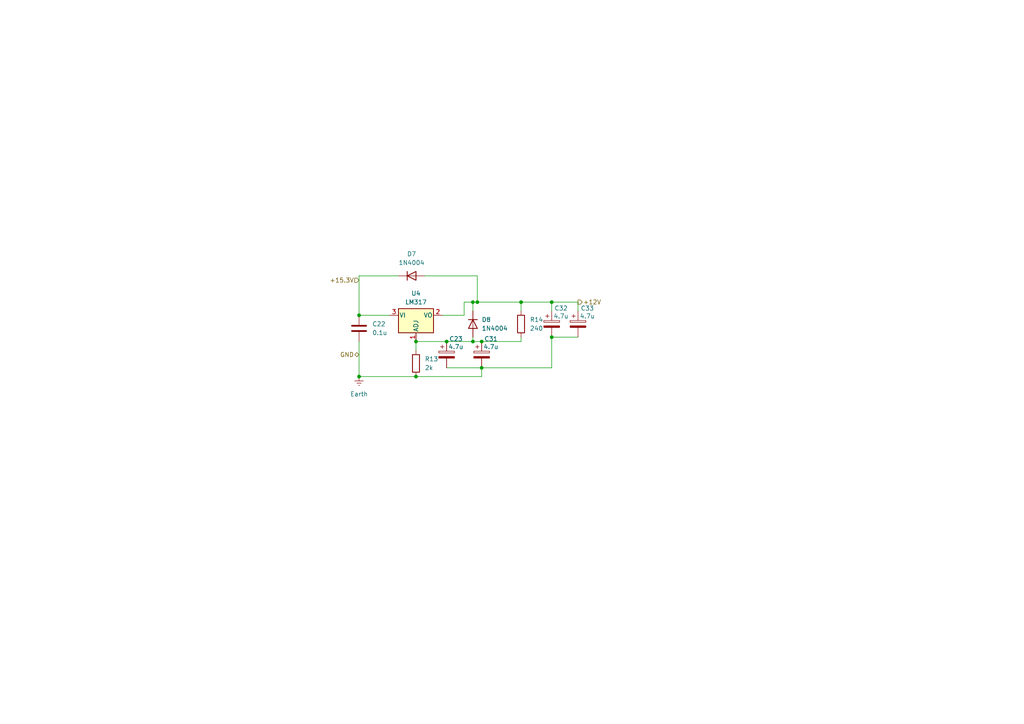
<source format=kicad_sch>
(kicad_sch
	(version 20250114)
	(generator "eeschema")
	(generator_version "9.0")
	(uuid "aed6475a-43af-4c84-adbd-b6671295b6af")
	(paper "A4")
	(lib_symbols
		(symbol "Device:C"
			(pin_numbers
				(hide yes)
			)
			(pin_names
				(offset 0.254)
			)
			(exclude_from_sim no)
			(in_bom yes)
			(on_board yes)
			(property "Reference" "C"
				(at 0.635 2.54 0)
				(effects
					(font
						(size 1.27 1.27)
					)
					(justify left)
				)
			)
			(property "Value" "C"
				(at 0.635 -2.54 0)
				(effects
					(font
						(size 1.27 1.27)
					)
					(justify left)
				)
			)
			(property "Footprint" ""
				(at 0.9652 -3.81 0)
				(effects
					(font
						(size 1.27 1.27)
					)
					(hide yes)
				)
			)
			(property "Datasheet" "~"
				(at 0 0 0)
				(effects
					(font
						(size 1.27 1.27)
					)
					(hide yes)
				)
			)
			(property "Description" "Unpolarized capacitor"
				(at 0 0 0)
				(effects
					(font
						(size 1.27 1.27)
					)
					(hide yes)
				)
			)
			(property "ki_keywords" "cap capacitor"
				(at 0 0 0)
				(effects
					(font
						(size 1.27 1.27)
					)
					(hide yes)
				)
			)
			(property "ki_fp_filters" "C_*"
				(at 0 0 0)
				(effects
					(font
						(size 1.27 1.27)
					)
					(hide yes)
				)
			)
			(symbol "C_0_1"
				(polyline
					(pts
						(xy -2.032 0.762) (xy 2.032 0.762)
					)
					(stroke
						(width 0.508)
						(type default)
					)
					(fill
						(type none)
					)
				)
				(polyline
					(pts
						(xy -2.032 -0.762) (xy 2.032 -0.762)
					)
					(stroke
						(width 0.508)
						(type default)
					)
					(fill
						(type none)
					)
				)
			)
			(symbol "C_1_1"
				(pin passive line
					(at 0 3.81 270)
					(length 2.794)
					(name "~"
						(effects
							(font
								(size 1.27 1.27)
							)
						)
					)
					(number "1"
						(effects
							(font
								(size 1.27 1.27)
							)
						)
					)
				)
				(pin passive line
					(at 0 -3.81 90)
					(length 2.794)
					(name "~"
						(effects
							(font
								(size 1.27 1.27)
							)
						)
					)
					(number "2"
						(effects
							(font
								(size 1.27 1.27)
							)
						)
					)
				)
			)
			(embedded_fonts no)
		)
		(symbol "Device:C_Polarized"
			(pin_numbers
				(hide yes)
			)
			(pin_names
				(offset 0.254)
			)
			(exclude_from_sim no)
			(in_bom yes)
			(on_board yes)
			(property "Reference" "C"
				(at 0.635 2.54 0)
				(effects
					(font
						(size 1.27 1.27)
					)
					(justify left)
				)
			)
			(property "Value" "C_Polarized"
				(at 0.635 -2.54 0)
				(effects
					(font
						(size 1.27 1.27)
					)
					(justify left)
				)
			)
			(property "Footprint" ""
				(at 0.9652 -3.81 0)
				(effects
					(font
						(size 1.27 1.27)
					)
					(hide yes)
				)
			)
			(property "Datasheet" "~"
				(at 0 0 0)
				(effects
					(font
						(size 1.27 1.27)
					)
					(hide yes)
				)
			)
			(property "Description" "Polarized capacitor"
				(at 0 0 0)
				(effects
					(font
						(size 1.27 1.27)
					)
					(hide yes)
				)
			)
			(property "ki_keywords" "cap capacitor"
				(at 0 0 0)
				(effects
					(font
						(size 1.27 1.27)
					)
					(hide yes)
				)
			)
			(property "ki_fp_filters" "CP_*"
				(at 0 0 0)
				(effects
					(font
						(size 1.27 1.27)
					)
					(hide yes)
				)
			)
			(symbol "C_Polarized_0_1"
				(rectangle
					(start -2.286 0.508)
					(end 2.286 1.016)
					(stroke
						(width 0)
						(type default)
					)
					(fill
						(type none)
					)
				)
				(polyline
					(pts
						(xy -1.778 2.286) (xy -0.762 2.286)
					)
					(stroke
						(width 0)
						(type default)
					)
					(fill
						(type none)
					)
				)
				(polyline
					(pts
						(xy -1.27 2.794) (xy -1.27 1.778)
					)
					(stroke
						(width 0)
						(type default)
					)
					(fill
						(type none)
					)
				)
				(rectangle
					(start 2.286 -0.508)
					(end -2.286 -1.016)
					(stroke
						(width 0)
						(type default)
					)
					(fill
						(type outline)
					)
				)
			)
			(symbol "C_Polarized_1_1"
				(pin passive line
					(at 0 3.81 270)
					(length 2.794)
					(name "~"
						(effects
							(font
								(size 1.27 1.27)
							)
						)
					)
					(number "1"
						(effects
							(font
								(size 1.27 1.27)
							)
						)
					)
				)
				(pin passive line
					(at 0 -3.81 90)
					(length 2.794)
					(name "~"
						(effects
							(font
								(size 1.27 1.27)
							)
						)
					)
					(number "2"
						(effects
							(font
								(size 1.27 1.27)
							)
						)
					)
				)
			)
			(embedded_fonts no)
		)
		(symbol "Device:R"
			(pin_numbers
				(hide yes)
			)
			(pin_names
				(offset 0)
			)
			(exclude_from_sim no)
			(in_bom yes)
			(on_board yes)
			(property "Reference" "R"
				(at 2.54 0 90)
				(effects
					(font
						(size 1.27 1.27)
					)
				)
			)
			(property "Value" "R"
				(at 0 0 90)
				(effects
					(font
						(size 1.27 1.27)
					)
				)
			)
			(property "Footprint" ""
				(at -1.778 0 90)
				(effects
					(font
						(size 1.27 1.27)
					)
					(hide yes)
				)
			)
			(property "Datasheet" "~"
				(at 0 0 0)
				(effects
					(font
						(size 1.27 1.27)
					)
					(hide yes)
				)
			)
			(property "Description" "Resistor"
				(at 5.842 2.032 0)
				(effects
					(font
						(size 1.27 1.27)
					)
					(hide yes)
				)
			)
			(property "ki_keywords" "R res resistor"
				(at 0 0 0)
				(effects
					(font
						(size 1.27 1.27)
					)
					(hide yes)
				)
			)
			(property "ki_fp_filters" "R_*"
				(at 0 0 0)
				(effects
					(font
						(size 1.27 1.27)
					)
					(hide yes)
				)
			)
			(symbol "R_0_1"
				(rectangle
					(start -1.016 -2.54)
					(end 1.016 2.54)
					(stroke
						(width 0.254)
						(type default)
					)
					(fill
						(type none)
					)
				)
			)
			(symbol "R_1_1"
				(pin passive line
					(at 0 3.81 270)
					(length 1.27)
					(name "~"
						(effects
							(font
								(size 1.27 1.27)
							)
						)
					)
					(number "1"
						(effects
							(font
								(size 1.27 1.27)
							)
						)
					)
				)
				(pin passive line
					(at 0 -3.81 90)
					(length 1.27)
					(name "~"
						(effects
							(font
								(size 1.27 1.27)
							)
						)
					)
					(number "2"
						(effects
							(font
								(size 1.27 1.27)
							)
						)
					)
				)
			)
			(embedded_fonts no)
		)
		(symbol "Diode:1N4004"
			(pin_numbers
				(hide yes)
			)
			(pin_names
				(hide yes)
			)
			(exclude_from_sim no)
			(in_bom yes)
			(on_board yes)
			(property "Reference" "D"
				(at 0 2.54 0)
				(effects
					(font
						(size 1.27 1.27)
					)
				)
			)
			(property "Value" "1N4004"
				(at 0 -2.54 0)
				(effects
					(font
						(size 1.27 1.27)
					)
				)
			)
			(property "Footprint" "Diode_THT:D_DO-41_SOD81_P10.16mm_Horizontal"
				(at 0 -4.445 0)
				(effects
					(font
						(size 1.27 1.27)
					)
					(hide yes)
				)
			)
			(property "Datasheet" "http://www.vishay.com/docs/88503/1n4001.pdf"
				(at 0 0 0)
				(effects
					(font
						(size 1.27 1.27)
					)
					(hide yes)
				)
			)
			(property "Description" "400V 1A General Purpose Rectifier Diode, DO-41"
				(at 0 0 0)
				(effects
					(font
						(size 1.27 1.27)
					)
					(hide yes)
				)
			)
			(property "Sim.Device" "D"
				(at 0 0 0)
				(effects
					(font
						(size 1.27 1.27)
					)
					(hide yes)
				)
			)
			(property "Sim.Pins" "1=K 2=A"
				(at 0 0 0)
				(effects
					(font
						(size 1.27 1.27)
					)
					(hide yes)
				)
			)
			(property "ki_keywords" "diode"
				(at 0 0 0)
				(effects
					(font
						(size 1.27 1.27)
					)
					(hide yes)
				)
			)
			(property "ki_fp_filters" "D*DO?41*"
				(at 0 0 0)
				(effects
					(font
						(size 1.27 1.27)
					)
					(hide yes)
				)
			)
			(symbol "1N4004_0_1"
				(polyline
					(pts
						(xy -1.27 1.27) (xy -1.27 -1.27)
					)
					(stroke
						(width 0.254)
						(type default)
					)
					(fill
						(type none)
					)
				)
				(polyline
					(pts
						(xy 1.27 1.27) (xy 1.27 -1.27) (xy -1.27 0) (xy 1.27 1.27)
					)
					(stroke
						(width 0.254)
						(type default)
					)
					(fill
						(type none)
					)
				)
				(polyline
					(pts
						(xy 1.27 0) (xy -1.27 0)
					)
					(stroke
						(width 0)
						(type default)
					)
					(fill
						(type none)
					)
				)
			)
			(symbol "1N4004_1_1"
				(pin passive line
					(at -3.81 0 0)
					(length 2.54)
					(name "K"
						(effects
							(font
								(size 1.27 1.27)
							)
						)
					)
					(number "1"
						(effects
							(font
								(size 1.27 1.27)
							)
						)
					)
				)
				(pin passive line
					(at 3.81 0 180)
					(length 2.54)
					(name "A"
						(effects
							(font
								(size 1.27 1.27)
							)
						)
					)
					(number "2"
						(effects
							(font
								(size 1.27 1.27)
							)
						)
					)
				)
			)
			(embedded_fonts no)
		)
		(symbol "Regulator_Linear:LM317_TO-220"
			(pin_names
				(offset 0.254)
			)
			(exclude_from_sim no)
			(in_bom yes)
			(on_board yes)
			(property "Reference" "U"
				(at -3.81 3.175 0)
				(effects
					(font
						(size 1.27 1.27)
					)
				)
			)
			(property "Value" "LM317_TO-220"
				(at 0 3.175 0)
				(effects
					(font
						(size 1.27 1.27)
					)
					(justify left)
				)
			)
			(property "Footprint" "Package_TO_SOT_THT:TO-220-3_Vertical"
				(at 0 6.35 0)
				(effects
					(font
						(size 1.27 1.27)
						(italic yes)
					)
					(hide yes)
				)
			)
			(property "Datasheet" "http://www.ti.com/lit/ds/symlink/lm317.pdf"
				(at 0 0 0)
				(effects
					(font
						(size 1.27 1.27)
					)
					(hide yes)
				)
			)
			(property "Description" "1.5A 35V Adjustable Linear Regulator, TO-220"
				(at 0 0 0)
				(effects
					(font
						(size 1.27 1.27)
					)
					(hide yes)
				)
			)
			(property "ki_keywords" "Adjustable Voltage Regulator 1A Positive"
				(at 0 0 0)
				(effects
					(font
						(size 1.27 1.27)
					)
					(hide yes)
				)
			)
			(property "ki_fp_filters" "TO?220*"
				(at 0 0 0)
				(effects
					(font
						(size 1.27 1.27)
					)
					(hide yes)
				)
			)
			(symbol "LM317_TO-220_0_1"
				(rectangle
					(start -5.08 1.905)
					(end 5.08 -5.08)
					(stroke
						(width 0.254)
						(type default)
					)
					(fill
						(type background)
					)
				)
			)
			(symbol "LM317_TO-220_1_1"
				(pin power_in line
					(at -7.62 0 0)
					(length 2.54)
					(name "VI"
						(effects
							(font
								(size 1.27 1.27)
							)
						)
					)
					(number "3"
						(effects
							(font
								(size 1.27 1.27)
							)
						)
					)
				)
				(pin input line
					(at 0 -7.62 90)
					(length 2.54)
					(name "ADJ"
						(effects
							(font
								(size 1.27 1.27)
							)
						)
					)
					(number "1"
						(effects
							(font
								(size 1.27 1.27)
							)
						)
					)
				)
				(pin power_out line
					(at 7.62 0 180)
					(length 2.54)
					(name "VO"
						(effects
							(font
								(size 1.27 1.27)
							)
						)
					)
					(number "2"
						(effects
							(font
								(size 1.27 1.27)
							)
						)
					)
				)
			)
			(embedded_fonts no)
		)
		(symbol "power:Earth"
			(power)
			(pin_numbers
				(hide yes)
			)
			(pin_names
				(offset 0)
				(hide yes)
			)
			(exclude_from_sim no)
			(in_bom yes)
			(on_board yes)
			(property "Reference" "#PWR"
				(at 0 -6.35 0)
				(effects
					(font
						(size 1.27 1.27)
					)
					(hide yes)
				)
			)
			(property "Value" "Earth"
				(at 0 -3.81 0)
				(effects
					(font
						(size 1.27 1.27)
					)
				)
			)
			(property "Footprint" ""
				(at 0 0 0)
				(effects
					(font
						(size 1.27 1.27)
					)
					(hide yes)
				)
			)
			(property "Datasheet" "~"
				(at 0 0 0)
				(effects
					(font
						(size 1.27 1.27)
					)
					(hide yes)
				)
			)
			(property "Description" "Power symbol creates a global label with name \"Earth\""
				(at 0 0 0)
				(effects
					(font
						(size 1.27 1.27)
					)
					(hide yes)
				)
			)
			(property "ki_keywords" "global ground gnd"
				(at 0 0 0)
				(effects
					(font
						(size 1.27 1.27)
					)
					(hide yes)
				)
			)
			(symbol "Earth_0_1"
				(polyline
					(pts
						(xy -0.635 -1.905) (xy 0.635 -1.905)
					)
					(stroke
						(width 0)
						(type default)
					)
					(fill
						(type none)
					)
				)
				(polyline
					(pts
						(xy -0.127 -2.54) (xy 0.127 -2.54)
					)
					(stroke
						(width 0)
						(type default)
					)
					(fill
						(type none)
					)
				)
				(polyline
					(pts
						(xy 0 -1.27) (xy 0 0)
					)
					(stroke
						(width 0)
						(type default)
					)
					(fill
						(type none)
					)
				)
				(polyline
					(pts
						(xy 1.27 -1.27) (xy -1.27 -1.27)
					)
					(stroke
						(width 0)
						(type default)
					)
					(fill
						(type none)
					)
				)
			)
			(symbol "Earth_1_1"
				(pin power_in line
					(at 0 0 270)
					(length 0)
					(name "~"
						(effects
							(font
								(size 1.27 1.27)
							)
						)
					)
					(number "1"
						(effects
							(font
								(size 1.27 1.27)
							)
						)
					)
				)
			)
			(embedded_fonts no)
		)
	)
	(junction
		(at 139.7 106.68)
		(diameter 0)
		(color 0 0 0 0)
		(uuid "0c47ec40-ecd4-43b8-a58a-eb82703c8e0e")
	)
	(junction
		(at 139.7 99.06)
		(diameter 0)
		(color 0 0 0 0)
		(uuid "1296a0d3-afc9-41aa-b720-c0280d338dcc")
	)
	(junction
		(at 151.13 87.63)
		(diameter 0)
		(color 0 0 0 0)
		(uuid "5fca8781-facf-4238-87b8-bfd3d9cf8c30")
	)
	(junction
		(at 104.14 109.22)
		(diameter 0)
		(color 0 0 0 0)
		(uuid "69cac904-1a9e-4db0-883f-e207e84989c1")
	)
	(junction
		(at 160.02 87.63)
		(diameter 0)
		(color 0 0 0 0)
		(uuid "7a8258e4-0151-418f-bbda-30fbae248f12")
	)
	(junction
		(at 137.16 87.63)
		(diameter 0)
		(color 0 0 0 0)
		(uuid "81a42e27-045b-43ef-8c84-83cd2f9ec4a0")
	)
	(junction
		(at 120.65 99.06)
		(diameter 0)
		(color 0 0 0 0)
		(uuid "8cc2c71b-263d-4f76-a75a-92358fec0082")
	)
	(junction
		(at 129.54 99.06)
		(diameter 0)
		(color 0 0 0 0)
		(uuid "a3fe3fd4-4398-4e2c-8ca4-eeb9595c33b7")
	)
	(junction
		(at 104.14 91.44)
		(diameter 0)
		(color 0 0 0 0)
		(uuid "b283db5c-f682-455f-a625-bab4e5ea699f")
	)
	(junction
		(at 160.02 97.79)
		(diameter 0)
		(color 0 0 0 0)
		(uuid "df1b7af2-8260-4381-a2a9-370a6bccdba8")
	)
	(junction
		(at 137.16 99.06)
		(diameter 0)
		(color 0 0 0 0)
		(uuid "f2c89310-8545-4b3b-90c4-33694fc73de3")
	)
	(junction
		(at 138.43 87.63)
		(diameter 0)
		(color 0 0 0 0)
		(uuid "f8e018a4-222c-41ab-8c2d-3b0ea1a6179b")
	)
	(junction
		(at 120.65 109.22)
		(diameter 0)
		(color 0 0 0 0)
		(uuid "fbadc872-13ee-4120-83e0-e9a1223cc279")
	)
	(wire
		(pts
			(xy 104.14 91.44) (xy 113.03 91.44)
		)
		(stroke
			(width 0)
			(type default)
		)
		(uuid "027b7df9-d1dd-4736-81d5-f25cd8dd24ff")
	)
	(wire
		(pts
			(xy 151.13 87.63) (xy 138.43 87.63)
		)
		(stroke
			(width 0)
			(type default)
		)
		(uuid "12016724-272c-49c1-b521-d15d104cc9e0")
	)
	(wire
		(pts
			(xy 134.62 91.44) (xy 134.62 87.63)
		)
		(stroke
			(width 0)
			(type default)
		)
		(uuid "1932fbf1-843c-4664-830f-b5c56d929203")
	)
	(wire
		(pts
			(xy 120.65 99.06) (xy 129.54 99.06)
		)
		(stroke
			(width 0)
			(type default)
		)
		(uuid "2e967d8b-e394-47e4-aecd-0f1e7ae98bc3")
	)
	(wire
		(pts
			(xy 160.02 97.79) (xy 160.02 106.68)
		)
		(stroke
			(width 0)
			(type default)
		)
		(uuid "49225771-db27-40a8-b9bf-4150d160df22")
	)
	(wire
		(pts
			(xy 167.64 87.63) (xy 167.64 90.17)
		)
		(stroke
			(width 0)
			(type default)
		)
		(uuid "4996d2c7-8ef0-4e36-ad26-b96aacfaabbf")
	)
	(wire
		(pts
			(xy 160.02 87.63) (xy 151.13 87.63)
		)
		(stroke
			(width 0)
			(type default)
		)
		(uuid "4aba6bd4-1652-4e6e-938a-8259666bc773")
	)
	(wire
		(pts
			(xy 115.57 80.01) (xy 104.14 80.01)
		)
		(stroke
			(width 0)
			(type default)
		)
		(uuid "5f20d423-9631-4579-8263-4ad724f5880b")
	)
	(wire
		(pts
			(xy 134.62 87.63) (xy 137.16 87.63)
		)
		(stroke
			(width 0)
			(type default)
		)
		(uuid "71e97a76-66fa-46e9-8248-5f9bfc32bfb8")
	)
	(wire
		(pts
			(xy 120.65 109.22) (xy 139.7 109.22)
		)
		(stroke
			(width 0)
			(type default)
		)
		(uuid "73fea142-7f0b-4f81-836e-f4296b6aab72")
	)
	(wire
		(pts
			(xy 104.14 99.06) (xy 104.14 109.22)
		)
		(stroke
			(width 0)
			(type default)
		)
		(uuid "81d6ed77-ef69-43d3-bb94-2246c702acb2")
	)
	(wire
		(pts
			(xy 160.02 90.17) (xy 160.02 87.63)
		)
		(stroke
			(width 0)
			(type default)
		)
		(uuid "854a2b3b-eb98-4dd9-bc8e-ed6e6a24ff8f")
	)
	(wire
		(pts
			(xy 137.16 87.63) (xy 138.43 87.63)
		)
		(stroke
			(width 0)
			(type default)
		)
		(uuid "86d51501-1bb0-42ce-a930-502aee26ca8c")
	)
	(wire
		(pts
			(xy 139.7 106.68) (xy 160.02 106.68)
		)
		(stroke
			(width 0)
			(type default)
		)
		(uuid "8abfbc3d-4bbd-49f4-b36a-96e3d8f78849")
	)
	(wire
		(pts
			(xy 104.14 109.22) (xy 120.65 109.22)
		)
		(stroke
			(width 0)
			(type default)
		)
		(uuid "8dd916b4-e555-4365-9323-ede923ea23ac")
	)
	(wire
		(pts
			(xy 139.7 99.06) (xy 151.13 99.06)
		)
		(stroke
			(width 0)
			(type default)
		)
		(uuid "907be3ac-4dff-4264-a6a8-2077162c6284")
	)
	(wire
		(pts
			(xy 104.14 80.01) (xy 104.14 91.44)
		)
		(stroke
			(width 0)
			(type default)
		)
		(uuid "919d5008-e5ba-4c87-8d5a-75cf4433652c")
	)
	(wire
		(pts
			(xy 138.43 80.01) (xy 138.43 87.63)
		)
		(stroke
			(width 0)
			(type default)
		)
		(uuid "94588d0e-62f0-45ed-b0f1-f83dc737d2fc")
	)
	(wire
		(pts
			(xy 137.16 99.06) (xy 137.16 97.79)
		)
		(stroke
			(width 0)
			(type default)
		)
		(uuid "9d16a451-bd95-46ab-bda1-2374a7edc5f2")
	)
	(wire
		(pts
			(xy 129.54 99.06) (xy 137.16 99.06)
		)
		(stroke
			(width 0)
			(type default)
		)
		(uuid "a69e1104-2d47-4ae8-b989-951b5c384cd3")
	)
	(wire
		(pts
			(xy 120.65 99.06) (xy 120.65 101.6)
		)
		(stroke
			(width 0)
			(type default)
		)
		(uuid "b7c27115-77f7-4e5f-b4cd-50e96506e6f7")
	)
	(wire
		(pts
			(xy 160.02 87.63) (xy 167.64 87.63)
		)
		(stroke
			(width 0)
			(type default)
		)
		(uuid "c20d6d6b-07bf-4903-a98f-173e0c283c95")
	)
	(wire
		(pts
			(xy 139.7 109.22) (xy 139.7 106.68)
		)
		(stroke
			(width 0)
			(type default)
		)
		(uuid "c976e9d4-394d-4e46-8cc6-2eddee2979fa")
	)
	(wire
		(pts
			(xy 167.64 97.79) (xy 160.02 97.79)
		)
		(stroke
			(width 0)
			(type default)
		)
		(uuid "d69e4751-4d93-45bb-a607-33fdb2a6a1c1")
	)
	(wire
		(pts
			(xy 128.27 91.44) (xy 134.62 91.44)
		)
		(stroke
			(width 0)
			(type default)
		)
		(uuid "dd0ef7e2-ba34-4c12-9336-bd7a55106931")
	)
	(wire
		(pts
			(xy 137.16 99.06) (xy 139.7 99.06)
		)
		(stroke
			(width 0)
			(type default)
		)
		(uuid "e342511d-1d0d-4409-b250-1c565e32ab97")
	)
	(wire
		(pts
			(xy 123.19 80.01) (xy 138.43 80.01)
		)
		(stroke
			(width 0)
			(type default)
		)
		(uuid "e824f343-dfe8-4c44-934b-211586bbfc21")
	)
	(wire
		(pts
			(xy 137.16 87.63) (xy 137.16 90.17)
		)
		(stroke
			(width 0)
			(type default)
		)
		(uuid "e944f6cb-0f19-45ea-909f-41f6f06a7ded")
	)
	(wire
		(pts
			(xy 151.13 97.79) (xy 151.13 99.06)
		)
		(stroke
			(width 0)
			(type default)
		)
		(uuid "ed326e89-ace7-4a47-8d1b-0fda83fccb12")
	)
	(wire
		(pts
			(xy 129.54 106.68) (xy 139.7 106.68)
		)
		(stroke
			(width 0)
			(type default)
		)
		(uuid "f413f84d-4412-4e70-ad19-4ab17dc282f8")
	)
	(wire
		(pts
			(xy 151.13 90.17) (xy 151.13 87.63)
		)
		(stroke
			(width 0)
			(type default)
		)
		(uuid "f50ba019-3a9d-4a3e-9f6b-7d90bfc27ab8")
	)
	(hierarchical_label "GND"
		(shape bidirectional)
		(at 104.14 102.87 180)
		(effects
			(font
				(size 1.27 1.27)
			)
			(justify right)
		)
		(uuid "1bcc9329-68f4-42de-b54e-cf2466be6004")
	)
	(hierarchical_label "+12V"
		(shape output)
		(at 167.64 87.63 0)
		(effects
			(font
				(size 1.27 1.27)
			)
			(justify left)
		)
		(uuid "4b4c74d5-413b-4b52-9b8f-201991784000")
	)
	(hierarchical_label "+15.3V"
		(shape input)
		(at 104.14 81.28 180)
		(effects
			(font
				(size 1.27 1.27)
			)
			(justify right)
		)
		(uuid "6b21eee5-7834-43c1-80fb-d30fae93d89e")
	)
	(symbol
		(lib_id "Device:C_Polarized")
		(at 167.64 93.98 0)
		(unit 1)
		(exclude_from_sim no)
		(in_bom yes)
		(on_board yes)
		(dnp no)
		(uuid "1c72c15f-9cee-460f-855f-2daed0ffea4e")
		(property "Reference" "C33"
			(at 168.402 89.408 0)
			(effects
				(font
					(size 1.27 1.27)
				)
				(justify left)
			)
		)
		(property "Value" "4.7u"
			(at 168.148 91.694 0)
			(effects
				(font
					(size 1.27 1.27)
				)
				(justify left)
			)
		)
		(property "Footprint" "Capacitor_THT:C_Disc_D4.7mm_W2.5mm_P5.00mm"
			(at 168.6052 97.79 0)
			(effects
				(font
					(size 1.27 1.27)
				)
				(hide yes)
			)
		)
		(property "Datasheet" "~"
			(at 167.64 93.98 0)
			(effects
				(font
					(size 1.27 1.27)
				)
				(hide yes)
			)
		)
		(property "Description" "Polarized capacitor"
			(at 167.64 93.98 0)
			(effects
				(font
					(size 1.27 1.27)
				)
				(hide yes)
			)
		)
		(pin "1"
			(uuid "4140a437-5be5-43ec-9738-2d367b9c0eff")
		)
		(pin "2"
			(uuid "ea876e19-3d0e-4a98-917e-2a369ba84024")
		)
		(instances
			(project "Testingg"
				(path "/d079f0dd-1bb9-4c7d-8651-3665194d0900/a6a0e31a-16bd-4b3a-bdf6-b70dcb7da1b1"
					(reference "C33")
					(unit 1)
				)
			)
		)
	)
	(symbol
		(lib_id "Diode:1N4004")
		(at 119.38 80.01 0)
		(unit 1)
		(exclude_from_sim no)
		(in_bom yes)
		(on_board yes)
		(dnp no)
		(fields_autoplaced yes)
		(uuid "22a2862a-2d6c-45a5-a3a0-d7833ed73f32")
		(property "Reference" "D7"
			(at 119.38 73.66 0)
			(effects
				(font
					(size 1.27 1.27)
				)
			)
		)
		(property "Value" "1N4004"
			(at 119.38 76.2 0)
			(effects
				(font
					(size 1.27 1.27)
				)
			)
		)
		(property "Footprint" "Diode_THT:D_DO-41_SOD81_P10.16mm_Horizontal"
			(at 119.38 84.455 0)
			(effects
				(font
					(size 1.27 1.27)
				)
				(hide yes)
			)
		)
		(property "Datasheet" "http://www.vishay.com/docs/88503/1n4001.pdf"
			(at 119.38 80.01 0)
			(effects
				(font
					(size 1.27 1.27)
				)
				(hide yes)
			)
		)
		(property "Description" "400V 1A General Purpose Rectifier Diode, DO-41"
			(at 119.38 80.01 0)
			(effects
				(font
					(size 1.27 1.27)
				)
				(hide yes)
			)
		)
		(property "Sim.Device" "D"
			(at 119.38 80.01 0)
			(effects
				(font
					(size 1.27 1.27)
				)
				(hide yes)
			)
		)
		(property "Sim.Pins" "1=K 2=A"
			(at 119.38 80.01 0)
			(effects
				(font
					(size 1.27 1.27)
				)
				(hide yes)
			)
		)
		(pin "2"
			(uuid "0b985d16-61f8-49b4-94cc-90b76c786bff")
		)
		(pin "1"
			(uuid "73309ce9-cf5c-4378-b4df-6b6d47247b49")
		)
		(instances
			(project "Testingg"
				(path "/d079f0dd-1bb9-4c7d-8651-3665194d0900/a6a0e31a-16bd-4b3a-bdf6-b70dcb7da1b1"
					(reference "D7")
					(unit 1)
				)
			)
		)
	)
	(symbol
		(lib_id "Device:R")
		(at 120.65 105.41 0)
		(unit 1)
		(exclude_from_sim no)
		(in_bom yes)
		(on_board yes)
		(dnp no)
		(fields_autoplaced yes)
		(uuid "364c2d59-e973-42d6-92ab-1015294b365d")
		(property "Reference" "R13"
			(at 123.19 104.1399 0)
			(effects
				(font
					(size 1.27 1.27)
				)
				(justify left)
			)
		)
		(property "Value" "2k"
			(at 123.19 106.6799 0)
			(effects
				(font
					(size 1.27 1.27)
				)
				(justify left)
			)
		)
		(property "Footprint" "Resistor_THT:R_Axial_DIN0207_L6.3mm_D2.5mm_P10.16mm_Horizontal"
			(at 118.872 105.41 90)
			(effects
				(font
					(size 1.27 1.27)
				)
				(hide yes)
			)
		)
		(property "Datasheet" "~"
			(at 120.65 105.41 0)
			(effects
				(font
					(size 1.27 1.27)
				)
				(hide yes)
			)
		)
		(property "Description" "Resistor"
			(at 126.492 103.378 0)
			(effects
				(font
					(size 1.27 1.27)
				)
				(hide yes)
			)
		)
		(pin "1"
			(uuid "91ac6dd6-5093-448c-8f52-990fbe434a4e")
		)
		(pin "2"
			(uuid "1d9f0b7c-a3fd-41f2-9927-860ce0159ef7")
		)
		(instances
			(project "Testingg"
				(path "/d079f0dd-1bb9-4c7d-8651-3665194d0900/a6a0e31a-16bd-4b3a-bdf6-b70dcb7da1b1"
					(reference "R13")
					(unit 1)
				)
			)
		)
	)
	(symbol
		(lib_id "Diode:1N4004")
		(at 137.16 93.98 270)
		(unit 1)
		(exclude_from_sim no)
		(in_bom yes)
		(on_board yes)
		(dnp no)
		(fields_autoplaced yes)
		(uuid "965ba047-5488-4c1a-9bed-28a0e827bf64")
		(property "Reference" "D8"
			(at 139.7 92.7099 90)
			(effects
				(font
					(size 1.27 1.27)
				)
				(justify left)
			)
		)
		(property "Value" "1N4004"
			(at 139.7 95.2499 90)
			(effects
				(font
					(size 1.27 1.27)
				)
				(justify left)
			)
		)
		(property "Footprint" "Diode_THT:D_DO-41_SOD81_P10.16mm_Horizontal"
			(at 132.715 93.98 0)
			(effects
				(font
					(size 1.27 1.27)
				)
				(hide yes)
			)
		)
		(property "Datasheet" "http://www.vishay.com/docs/88503/1n4001.pdf"
			(at 137.16 93.98 0)
			(effects
				(font
					(size 1.27 1.27)
				)
				(hide yes)
			)
		)
		(property "Description" "400V 1A General Purpose Rectifier Diode, DO-41"
			(at 137.16 93.98 0)
			(effects
				(font
					(size 1.27 1.27)
				)
				(hide yes)
			)
		)
		(property "Sim.Device" "D"
			(at 137.16 93.98 0)
			(effects
				(font
					(size 1.27 1.27)
				)
				(hide yes)
			)
		)
		(property "Sim.Pins" "1=K 2=A"
			(at 137.16 93.98 0)
			(effects
				(font
					(size 1.27 1.27)
				)
				(hide yes)
			)
		)
		(pin "2"
			(uuid "16bf4f52-3451-452f-ae02-6909e53539b7")
		)
		(pin "1"
			(uuid "e18a95c5-e89c-4baf-9100-53ab375c0673")
		)
		(instances
			(project "Testingg"
				(path "/d079f0dd-1bb9-4c7d-8651-3665194d0900/a6a0e31a-16bd-4b3a-bdf6-b70dcb7da1b1"
					(reference "D8")
					(unit 1)
				)
			)
		)
	)
	(symbol
		(lib_id "power:Earth")
		(at 104.14 109.22 0)
		(unit 1)
		(exclude_from_sim no)
		(in_bom yes)
		(on_board yes)
		(dnp no)
		(fields_autoplaced yes)
		(uuid "a8f25d22-1f5f-4d4a-a0e7-accca587d5a5")
		(property "Reference" "#PWR037"
			(at 104.14 115.57 0)
			(effects
				(font
					(size 1.27 1.27)
				)
				(hide yes)
			)
		)
		(property "Value" "Earth"
			(at 104.14 114.3 0)
			(effects
				(font
					(size 1.27 1.27)
				)
			)
		)
		(property "Footprint" ""
			(at 104.14 109.22 0)
			(effects
				(font
					(size 1.27 1.27)
				)
				(hide yes)
			)
		)
		(property "Datasheet" "~"
			(at 104.14 109.22 0)
			(effects
				(font
					(size 1.27 1.27)
				)
				(hide yes)
			)
		)
		(property "Description" "Power symbol creates a global label with name \"Earth\""
			(at 104.14 109.22 0)
			(effects
				(font
					(size 1.27 1.27)
				)
				(hide yes)
			)
		)
		(pin "1"
			(uuid "b3d7ac92-11c8-49f6-a889-1c1c555b1f10")
		)
		(instances
			(project "Testingg"
				(path "/d079f0dd-1bb9-4c7d-8651-3665194d0900/a6a0e31a-16bd-4b3a-bdf6-b70dcb7da1b1"
					(reference "#PWR037")
					(unit 1)
				)
			)
		)
	)
	(symbol
		(lib_id "Device:C_Polarized")
		(at 160.02 93.98 0)
		(unit 1)
		(exclude_from_sim no)
		(in_bom yes)
		(on_board yes)
		(dnp no)
		(uuid "ae1d9905-cfac-46fa-9e15-c46bf7414325")
		(property "Reference" "C32"
			(at 160.782 89.408 0)
			(effects
				(font
					(size 1.27 1.27)
				)
				(justify left)
			)
		)
		(property "Value" "4.7u"
			(at 160.528 91.694 0)
			(effects
				(font
					(size 1.27 1.27)
				)
				(justify left)
			)
		)
		(property "Footprint" "Capacitor_THT:C_Disc_D4.7mm_W2.5mm_P5.00mm"
			(at 160.9852 97.79 0)
			(effects
				(font
					(size 1.27 1.27)
				)
				(hide yes)
			)
		)
		(property "Datasheet" "~"
			(at 160.02 93.98 0)
			(effects
				(font
					(size 1.27 1.27)
				)
				(hide yes)
			)
		)
		(property "Description" "Polarized capacitor"
			(at 160.02 93.98 0)
			(effects
				(font
					(size 1.27 1.27)
				)
				(hide yes)
			)
		)
		(pin "1"
			(uuid "ecea85de-2e63-48b7-9483-afb9a1f735c6")
		)
		(pin "2"
			(uuid "84a45da5-dfdb-4a12-9b48-6d32ae158401")
		)
		(instances
			(project "Testingg"
				(path "/d079f0dd-1bb9-4c7d-8651-3665194d0900/a6a0e31a-16bd-4b3a-bdf6-b70dcb7da1b1"
					(reference "C32")
					(unit 1)
				)
			)
		)
	)
	(symbol
		(lib_id "Device:C")
		(at 104.14 95.25 180)
		(unit 1)
		(exclude_from_sim no)
		(in_bom yes)
		(on_board yes)
		(dnp no)
		(fields_autoplaced yes)
		(uuid "b005c6fc-b431-4d13-8c9e-b1be954aa503")
		(property "Reference" "C22"
			(at 107.95 93.9799 0)
			(effects
				(font
					(size 1.27 1.27)
				)
				(justify right)
			)
		)
		(property "Value" "0.1u"
			(at 107.95 96.5199 0)
			(effects
				(font
					(size 1.27 1.27)
				)
				(justify right)
			)
		)
		(property "Footprint" "Capacitor_SMD:C_1206_3216Metric"
			(at 103.1748 91.44 0)
			(effects
				(font
					(size 1.27 1.27)
				)
				(hide yes)
			)
		)
		(property "Datasheet" "~"
			(at 104.14 95.25 0)
			(effects
				(font
					(size 1.27 1.27)
				)
				(hide yes)
			)
		)
		(property "Description" "Unpolarized capacitor"
			(at 104.14 95.25 0)
			(effects
				(font
					(size 1.27 1.27)
				)
				(hide yes)
			)
		)
		(pin "2"
			(uuid "31bca974-face-4958-86a4-31fddecdf5fc")
		)
		(pin "1"
			(uuid "b9557fcc-a272-4af6-a031-e998eb92bff0")
		)
		(instances
			(project "Testingg"
				(path "/d079f0dd-1bb9-4c7d-8651-3665194d0900/a6a0e31a-16bd-4b3a-bdf6-b70dcb7da1b1"
					(reference "C22")
					(unit 1)
				)
			)
		)
	)
	(symbol
		(lib_id "Device:C_Polarized")
		(at 129.54 102.87 0)
		(unit 1)
		(exclude_from_sim no)
		(in_bom yes)
		(on_board yes)
		(dnp no)
		(uuid "c1921439-f744-474d-8e94-856d9137ce64")
		(property "Reference" "C23"
			(at 130.302 98.298 0)
			(effects
				(font
					(size 1.27 1.27)
				)
				(justify left)
			)
		)
		(property "Value" "4.7u"
			(at 130.048 100.584 0)
			(effects
				(font
					(size 1.27 1.27)
				)
				(justify left)
			)
		)
		(property "Footprint" "Capacitor_THT:C_Disc_D4.7mm_W2.5mm_P5.00mm"
			(at 130.5052 106.68 0)
			(effects
				(font
					(size 1.27 1.27)
				)
				(hide yes)
			)
		)
		(property "Datasheet" "~"
			(at 129.54 102.87 0)
			(effects
				(font
					(size 1.27 1.27)
				)
				(hide yes)
			)
		)
		(property "Description" "Polarized capacitor"
			(at 129.54 102.87 0)
			(effects
				(font
					(size 1.27 1.27)
				)
				(hide yes)
			)
		)
		(pin "1"
			(uuid "9c8eb373-0ae1-4bae-b8f0-f7e50f55a7a1")
		)
		(pin "2"
			(uuid "9fd228cf-4b02-46e2-9368-b938f8fd9d94")
		)
		(instances
			(project "Testingg"
				(path "/d079f0dd-1bb9-4c7d-8651-3665194d0900/a6a0e31a-16bd-4b3a-bdf6-b70dcb7da1b1"
					(reference "C23")
					(unit 1)
				)
			)
		)
	)
	(symbol
		(lib_id "Regulator_Linear:LM317_TO-220")
		(at 120.65 91.44 0)
		(unit 1)
		(exclude_from_sim no)
		(in_bom yes)
		(on_board yes)
		(dnp no)
		(fields_autoplaced yes)
		(uuid "c5771a25-35fb-4509-9e78-6790f9b8e425")
		(property "Reference" "U4"
			(at 120.65 85.09 0)
			(effects
				(font
					(size 1.27 1.27)
				)
			)
		)
		(property "Value" "LM317"
			(at 120.65 87.63 0)
			(effects
				(font
					(size 1.27 1.27)
				)
			)
		)
		(property "Footprint" "Package_TO_SOT_THT:TO-220-3_Vertical"
			(at 120.65 85.09 0)
			(effects
				(font
					(size 1.27 1.27)
					(italic yes)
				)
				(hide yes)
			)
		)
		(property "Datasheet" "http://www.ti.com/lit/ds/symlink/lm317.pdf"
			(at 120.65 91.44 0)
			(effects
				(font
					(size 1.27 1.27)
				)
				(hide yes)
			)
		)
		(property "Description" "1.5A 35V Adjustable Linear Regulator, TO-220"
			(at 120.65 91.44 0)
			(effects
				(font
					(size 1.27 1.27)
				)
				(hide yes)
			)
		)
		(pin "3"
			(uuid "7412220d-3b7c-4499-8ec8-0a75178f86ea")
		)
		(pin "1"
			(uuid "254cc7b5-f080-4625-a825-6a34beb11aee")
		)
		(pin "2"
			(uuid "d1cbfff4-39b0-45f8-8cd2-bbca180a6f26")
		)
		(instances
			(project "Testingg"
				(path "/d079f0dd-1bb9-4c7d-8651-3665194d0900/a6a0e31a-16bd-4b3a-bdf6-b70dcb7da1b1"
					(reference "U4")
					(unit 1)
				)
			)
		)
	)
	(symbol
		(lib_id "Device:C_Polarized")
		(at 139.7 102.87 0)
		(unit 1)
		(exclude_from_sim no)
		(in_bom yes)
		(on_board yes)
		(dnp no)
		(uuid "ce24007e-99b1-48d0-bae9-3bc0b9bc1a47")
		(property "Reference" "C31"
			(at 140.462 98.298 0)
			(effects
				(font
					(size 1.27 1.27)
				)
				(justify left)
			)
		)
		(property "Value" "4.7u"
			(at 140.208 100.584 0)
			(effects
				(font
					(size 1.27 1.27)
				)
				(justify left)
			)
		)
		(property "Footprint" "Capacitor_THT:C_Disc_D4.7mm_W2.5mm_P5.00mm"
			(at 140.6652 106.68 0)
			(effects
				(font
					(size 1.27 1.27)
				)
				(hide yes)
			)
		)
		(property "Datasheet" "~"
			(at 139.7 102.87 0)
			(effects
				(font
					(size 1.27 1.27)
				)
				(hide yes)
			)
		)
		(property "Description" "Polarized capacitor"
			(at 139.7 102.87 0)
			(effects
				(font
					(size 1.27 1.27)
				)
				(hide yes)
			)
		)
		(pin "1"
			(uuid "4efd6b97-a5e6-4607-acf8-02b168f33cae")
		)
		(pin "2"
			(uuid "f486261a-cada-4e1a-8051-a637484362ed")
		)
		(instances
			(project "Testingg"
				(path "/d079f0dd-1bb9-4c7d-8651-3665194d0900/a6a0e31a-16bd-4b3a-bdf6-b70dcb7da1b1"
					(reference "C31")
					(unit 1)
				)
			)
		)
	)
	(symbol
		(lib_id "Device:R")
		(at 151.13 93.98 0)
		(unit 1)
		(exclude_from_sim no)
		(in_bom yes)
		(on_board yes)
		(dnp no)
		(fields_autoplaced yes)
		(uuid "d66dc076-543a-456f-a108-b21aaee984d4")
		(property "Reference" "R14"
			(at 153.67 92.7099 0)
			(effects
				(font
					(size 1.27 1.27)
				)
				(justify left)
			)
		)
		(property "Value" "240"
			(at 153.67 95.2499 0)
			(effects
				(font
					(size 1.27 1.27)
				)
				(justify left)
			)
		)
		(property "Footprint" "Resistor_SMD:R_1206_3216Metric"
			(at 149.352 93.98 90)
			(effects
				(font
					(size 1.27 1.27)
				)
				(hide yes)
			)
		)
		(property "Datasheet" "~"
			(at 151.13 93.98 0)
			(effects
				(font
					(size 1.27 1.27)
				)
				(hide yes)
			)
		)
		(property "Description" "Resistor"
			(at 156.972 91.948 0)
			(effects
				(font
					(size 1.27 1.27)
				)
				(hide yes)
			)
		)
		(pin "1"
			(uuid "a89aeaf6-ea8c-4f5e-8b02-f6bfec01be66")
		)
		(pin "2"
			(uuid "5551871f-dcc6-4e94-af93-dd0243557aa2")
		)
		(instances
			(project "Testingg"
				(path "/d079f0dd-1bb9-4c7d-8651-3665194d0900/a6a0e31a-16bd-4b3a-bdf6-b70dcb7da1b1"
					(reference "R14")
					(unit 1)
				)
			)
		)
	)
)

</source>
